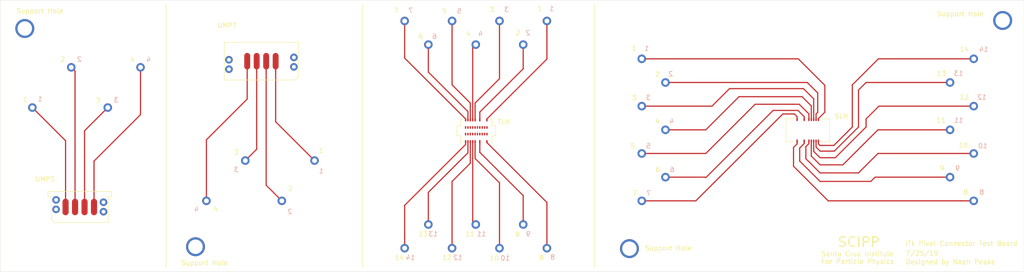
<source format=kicad_pcb>
(kicad_pcb (version 20171130) (host pcbnew "(5.1.4)-1")
  (title_block (title "ITk Pixel Connector HV Test Board") (date 7/25/2019) (company UCSC) (comment 1 "Designed by Noah Peake") (comment 2 "For SCIPP High Voltage testing of Samtec connectors"))
  (layers (0 F.Cu signal) (31 B.Cu signal) (34 B.Paste user) (35 F.Paste user) (36 B.SilkS user) (37 F.SilkS user) (38 B.Mask user) (39 F.Mask user) (44 Edge.Cuts user))
  (net 0 "")
  (module SCIPP_Connectors:UMPS (layer F.Cu) (at 41.5 61.3)
    (fp_text reference REF**)
    (fp_text value UMPS (at -7.35 -5.875) (layer F.SilkS))
    (fp_line (start 6 3.275) (end -4.275 3.275) (layer F.SilkS) (width 0.12))
    (fp_line (start 6 3.25) (end 6 3.275) (layer F.SilkS) (width 0.12))
    (fp_line (start 6 -2.225) (end 6 3.25) (layer F.SilkS) (width 0.12))
    (fp_line (start 6.025 -2.225) (end 6 -2.225) (layer F.SilkS) (width 0.12))
    (fp_line (start 6.7 -2.225) (end 6.025 -2.225) (layer F.SilkS) (width 0.12))
    (fp_line (start 6.7 -2.25) (end 6.7 -2.225) (layer F.SilkS) (width 0.12))
    (fp_line (start 6.7 -3.275) (end 6.7 -2.25) (layer F.SilkS) (width 0.12))
    (fp_line (start 6.675 -3.275) (end 6.7 -3.275) (layer F.SilkS) (width 0.12))
    (fp_line (start -0.15 -3.275) (end 6.675 -3.275) (layer F.SilkS) (width 0.12))
    (fp_line (start -6.7 -3.275) (end -0.15 -3.275) (layer F.SilkS) (width 0.12))
    (fp_line (start -6.7 -2.225) (end -6.7 -3.275) (layer F.SilkS) (width 0.12))
    (fp_line (start -6 -2.225) (end -6.7 -2.225) (layer F.SilkS) (width 0.12))
    (fp_line (start -6 -1.65) (end -6 -2.225) (layer F.SilkS) (width 0.12))
    (fp_line (start -5.3 3.275) (end -4.275 3.275) (layer F.SilkS) (width 0.12))
    (fp_line (start -6 2.575) (end -5.3 3.275) (layer F.SilkS) (width 0.12))
    (fp_line (start -6 -1.65) (end -6 2.575) (layer F.SilkS) (width 0.12))
    (pad 5 thru_hole circle (at -5 -1.5) (size 1.6 1.6) (drill 0.8) (layers *.Cu *.Mask))
    (pad 6 thru_hole circle (at -5 0.5) (size 1.6 1.6) (drill 0.8) (layers *.Cu *.Mask))
    (pad 8 thru_hole circle (at 5 1) (size 1.6 1.6) (drill 0.8) (layers *.Cu *.Mask))
    (pad 7 thru_hole circle (at 5 -1) (size 1.6 1.6) (drill 0.8) (layers *.Cu *.Mask))
    (pad 4 smd oval (at 3 0) (size 1.3 3.5) (layers F.Cu F.Paste F.Mask))
    (pad 3 smd oval (at 1 0) (size 1.3 3.5) (layers F.Cu F.Paste F.Mask))
    (pad 2 smd oval (at -1 0) (size 1.3 3.5) (layers F.Cu F.Paste F.Mask))
    (pad 1 smd oval (at -3 0) (size 1.3 3.5) (layers F.Cu F.Paste F.Mask))
  )
  (module SCIPP_Connectors:UMPT (layer F.Cu) (at 79.8 30.5)
    (fp_text reference REF**)
    (fp_text value UMPT (at -7.275 -7.55) (layer F.SilkS))
    (fp_line (start -7.825 3.975) (end -7.825 -1.1) (layer F.SilkS) (width 0.12))
    (fp_line (start -7.8 3.975) (end -7.825 3.975) (layer F.SilkS) (width 0.12))
    (fp_line (start 7.075 3.975) (end -7.8 3.975) (layer F.SilkS) (width 0.12))
    (fp_line (start 7.825 3.225) (end 7.075 3.975) (layer F.SilkS) (width 0.12))
    (fp_line (start 7.825 -3.975) (end 7.825 3.225) (layer F.SilkS) (width 0.12))
    (fp_line (start -7.825 -3.975) (end 7.825 -3.975) (layer F.SilkS) (width 0.12))
    (fp_line (start -7.825 -3.95) (end -7.825 -3.975) (layer F.SilkS) (width 0.12))
    (fp_line (start -7.825 -1.1) (end -7.825 -3.95) (layer F.SilkS) (width 0.12))
    (pad 7 thru_hole circle (at 6.85 -0.8) (size 1.6 1.6) (drill 0.8) (layers *.Cu *.Mask))
    (pad 8 thru_hole circle (at 6.85 1.2) (size 1.6 1.6) (drill 0.8) (layers *.Cu *.Mask))
    (pad 5 thru_hole circle (at -6.85 -0.3) (size 1.6 1.6) (drill 0.8) (layers *.Cu *.Mask))
    (pad 6 thru_hole circle (at -6.85 1.7) (size 1.6 1.6) (drill 0.8) (layers *.Cu *.Mask))
    (pad 1 smd oval (at 3 0) (size 1.25 3.5) (layers F.Cu F.Paste F.Mask))
    (pad 2 smd oval (at 1 0) (size 1.25 3.5) (layers F.Cu F.Paste F.Mask))
    (pad 3 smd oval (at -1 0) (size 1.25 3.5) (layers F.Cu F.Paste F.Mask))
    (pad 4 smd oval (at -3 0) (size 1.25 3.5) (layers F.Cu F.Paste F.Mask))
  )
  (module SCIPP_Connectors:TLH (layer F.Cu) (at 125.1 45.2)
    (fp_text reference REF**)
    (fp_text value TLH (at 5.8 -1.9) (layer F.SilkS))
    (fp_line (start 3.3 -2.425) (end 3.325 -2.425) (layer F.SilkS) (width 0.12))
    (fp_line (start 2.95 -2.425) (end 3.3 -2.425) (layer F.SilkS) (width 0.12))
    (fp_line (start 3.325 2.425) (end 2.95 2.425) (layer F.SilkS) (width 0.12))
    (fp_line (start 3.325 1.05) (end 3.325 2.425) (layer F.SilkS) (width 0.12))
    (fp_line (start 4.075 1.05) (end 3.325 1.05) (layer F.SilkS) (width 0.12))
    (fp_line (start 3.325 -2.425) (end 3.325 -1.05) (layer F.SilkS) (width 0.12))
    (fp_line (start 4.075 -1.05) (end 4.075 1.05) (layer F.SilkS) (width 0.12))
    (fp_line (start 3.325 -1.05) (end 4.075 -1.05) (layer F.SilkS) (width 0.12))
    (fp_line (start -3.325 -2.425) (end -2.95 -2.425) (layer F.SilkS) (width 0.12))
    (fp_line (start -3.325 -1.05) (end -3.325 -2.425) (layer F.SilkS) (width 0.12))
    (fp_line (start -4.075 -1.05) (end -3.325 -1.05) (layer F.SilkS) (width 0.12))
    (fp_line (start -4.075 1.05) (end -4.075 -1.05) (layer F.SilkS) (width 0.12))
    (fp_line (start -3.325 1.05) (end -4.075 1.05) (layer F.SilkS) (width 0.12))
    (fp_line (start -3.325 2.425) (end -3.325 1.05) (layer F.SilkS) (width 0.12))
    (fp_line (start -3.3 2.425) (end -3.325 2.425) (layer F.SilkS) (width 0.12))
    (fp_line (start -2.95 2.425) (end -3.3 2.425) (layer F.SilkS) (width 0.12))
    (pad 34 smd oval (at 2.25 0.7) (size 0.3 0.6) (layers F.Cu F.Paste F.Mask))
    (pad 33 smd oval (at 1.75 0.7) (size 0.3 0.6) (layers F.Cu F.Paste F.Mask))
    (pad 32 smd oval (at 1.25 0.7) (size 0.3 0.6) (layers F.Cu F.Paste F.Mask))
    (pad 31 smd oval (at 0.75 0.7) (size 0.3 0.6) (layers F.Cu F.Paste F.Mask))
    (pad 30 smd oval (at 0.25 0.7) (size 0.3 0.6) (layers F.Cu F.Paste F.Mask))
    (pad 29 smd oval (at -0.25 0.7) (size 0.3 0.6) (layers F.Cu F.Paste F.Mask))
    (pad 28 smd oval (at -0.75 0.7) (size 0.3 0.6) (layers F.Cu F.Paste F.Mask))
    (pad 27 smd oval (at -1.25 0.7) (size 0.3 0.6) (layers F.Cu F.Paste F.Mask))
    (pad 26 smd oval (at -1.75 0.7) (size 0.3 0.6) (layers F.Cu F.Paste F.Mask))
    (pad 25 smd oval (at -2.25 0.7) (size 0.3 0.6) (layers F.Cu F.Paste F.Mask))
    (pad 24 smd oval (at 2.25 -0.7) (size 0.3 0.6) (layers F.Cu F.Paste F.Mask))
    (pad 23 smd oval (at 1.75 -0.7) (size 0.3 0.6) (layers F.Cu F.Paste F.Mask))
    (pad 22 smd oval (at 1.25 -0.7) (size 0.3 0.6) (layers F.Cu F.Paste F.Mask))
    (pad 21 smd oval (at 0.75 -0.7) (size 0.3 0.6) (layers F.Cu F.Paste F.Mask))
    (pad 20 smd oval (at 0.25 -0.7) (size 0.3 0.6) (layers F.Cu F.Paste F.Mask))
    (pad 19 smd oval (at -0.25 -0.7) (size 0.3 0.6) (layers F.Cu F.Paste F.Mask))
    (pad 18 smd oval (at -0.75 -0.7) (size 0.3 0.6) (layers F.Cu F.Paste F.Mask))
    (pad 17 smd oval (at -1.25 -0.7) (size 0.3 0.6) (layers F.Cu F.Paste F.Mask))
    (pad 16 smd oval (at -1.75 -0.7) (size 0.3 0.6) (layers F.Cu F.Paste F.Mask))
    (pad 15 smd oval (at -2.25 -0.7) (size 0.3 0.6) (layers F.Cu F.Paste F.Mask))
    (pad 10 smd oval (at -0.25 2.3) (size 0.3 0.7) (layers F.Cu F.Paste F.Mask))
    (pad 9 smd oval (at 0.75 2.3) (size 0.3 0.7) (layers F.Cu F.Paste F.Mask))
    (pad 8 smd oval (at 2.25 2.3) (size 0.3 0.7) (layers F.Cu F.Paste F.Mask))
    (pad 12 smd oval (at -1.25 2.3) (size 0.3 0.7) (layers F.Cu F.Paste F.Mask))
    (pad 14 smd oval (at -2.25 2.3) (size 0.3 0.7) (layers F.Cu F.Paste F.Mask))
    (pad 13 smd oval (at -1.75 2.3) (size 0.3 0.7) (layers F.Cu F.Paste F.Mask))
    (pad 11 smd oval (at -0.75 2.3) (size 0.3 0.7) (layers F.Cu F.Paste F.Mask))
    (pad 1 smd oval (at 2.25 -2.3) (size 0.3 0.7) (layers F.Cu F.Paste F.Mask))
    (pad 2 smd oval (at 0.75 -2.3) (size 0.3 0.7) (layers F.Cu F.Paste F.Mask))
    (pad 3 smd oval (at -0.25 -2.3) (size 0.3 0.7) (layers F.Cu F.Paste F.Mask))
    (pad 4 smd oval (at -0.75 -2.3) (size 0.3 0.7) (layers F.Cu F.Paste F.Mask))
    (pad 5 smd oval (at -1.25 -2.3) (size 0.3 0.7) (layers F.Cu F.Paste F.Mask))
    (pad 6 smd oval (at -1.75 -2.3) (size 0.3 0.7) (layers F.Cu F.Paste F.Mask))
    (pad 7 smd oval (at -2.25 -2.3) (size 0.3 0.7) (layers F.Cu F.Paste F.Mask))
  )
  (module SCIPP_Connectors:SLH (layer F.Cu) (at 195 45.1)
    (fp_text reference REF**)
    (fp_text value SLH (at 7.075 -3) (layer F.SilkS))
    (fp_line (start 4.6 -2.425) (end 4.6 2.4) (layer F.SilkS) (width 0.12))
    (fp_line (start 2.9 -2.425) (end 4.6 -2.425) (layer F.SilkS) (width 0.12))
    (fp_line (start 4.6 2.4) (end 4.6 2.425) (layer F.SilkS) (width 0.12))
    (fp_line (start 4.6 2.425) (end 2.9 2.425) (layer F.SilkS) (width 0.12))
    (fp_line (start -4.6 -2.425) (end -2.9 -2.425) (layer F.SilkS) (width 0.12))
    (fp_line (start -4.6 -2.4) (end -4.6 -2.425) (layer F.SilkS) (width 0.12))
    (fp_line (start -4.6 2.425) (end -4.6 -2.4) (layer F.SilkS) (width 0.12))
    (fp_line (start -2.9 2.425) (end -4.6 2.425) (layer F.SilkS) (width 0.12))
    (pad 11 smd oval (at 0.75 2.275) (size 0.3 0.7) (layers F.Cu F.Paste F.Mask))
    (pad 4 smd oval (at 0.75 -2.275) (size 0.3 0.7) (layers F.Cu F.Paste F.Mask))
    (pad 8 smd oval (at -2.25 2.275) (size 0.3 0.7) (layers F.Cu F.Paste F.Mask))
    (pad 13 smd oval (at 1.75 2.275) (size 0.3 0.7) (layers F.Cu F.Paste F.Mask))
    (pad 14 smd oval (at 2.25 2.275) (size 0.3 0.7) (layers F.Cu F.Paste F.Mask))
    (pad 9 smd oval (at -0.75 2.275) (size 0.3 0.7) (layers F.Cu F.Paste F.Mask))
    (pad 10 smd oval (at 0.25 2.275) (size 0.3 0.7) (layers F.Cu F.Paste F.Mask))
    (pad 12 smd oval (at 1.25 2.275) (size 0.3 0.7) (layers F.Cu F.Paste F.Mask))
    (pad 7 smd oval (at 2.25 -2.275) (size 0.3 0.7) (layers F.Cu F.Paste F.Mask))
    (pad 6 smd oval (at 1.75 -2.275) (size 0.3 0.7) (layers F.Cu F.Paste F.Mask))
    (pad 5 smd oval (at 1.25 -2.275) (size 0.3 0.7) (layers F.Cu F.Paste F.Mask))
    (pad 2 smd oval (at -0.75 -2.275) (size 0.3 0.7) (layers F.Cu F.Paste F.Mask))
    (pad 3 smd oval (at 0.25 -2.275) (size 0.3 0.7) (layers F.Cu F.Paste F.Mask))
    (pad 1 smd oval (at -2.25 -2.275) (size 0.3 0.7) (layers F.Cu F.Paste F.Mask))
  )
  (module SCIPP_Connectors:Support_Hole (layer F.Cu) (at 236.1 21.9)
    (fp_text reference REF**)
    (fp_text value "Support Hole" (at -8.9 -1.4) (layer F.SilkS))
    (pad 1 thru_hole circle (at 0 0) (size 4 4) (drill 3.05) (layers *.Cu *.Mask))
  )
  (module SCIPP_Connectors:Support_Hole (layer F.Cu) (at 157.4 70.1)
    (fp_text reference REF**)
    (fp_text value "Support Hole" (at 8.2 -0.1) (layer F.SilkS))
    (pad 1 thru_hole circle (at 0 0) (size 4 4) (drill 3.05) (layers *.Cu *.Mask))
  )
  (module SCIPP_Connectors:Support_Hole (layer F.Cu) (at 65.9 69.7)
    (fp_text reference REF**)
    (fp_text value "Support Hole" (at 1.9 3.4) (layer F.SilkS))
    (pad 1 thru_hole circle (at 0 0) (size 4 4) (drill 3.05) (layers *.Cu *.Mask))
  )
  (module SCIPP_Connectors:Support_Hole (layer F.Cu) (at 29.9 23.6)
    (fp_text reference REF**)
    (fp_text value "Support Hole" (at 3.2 -3.7) (layer F.SilkS))
    (pad 1 thru_hole circle (at 0 0) (size 4 4) (drill 3.05) (layers *.Cu *.Mask))
  )
  (module SCIPP_Connectors:22AWG_THT (layer F.Cu) (at 225 45 270)
    (fp_text reference REF**)
    (fp_text value 22AWG_THT)
    (pad 1 thru_hole circle (at 0 0 270) (size 1.8 1.8) (drill 1) (layers *.Cu *.Mask))
  )
  (module SCIPP_Connectors:22AWG_THT (layer F.Cu) (at 230 40 270)
    (fp_text reference REF**)
    (fp_text value 22AWG_THT)
    (pad 1 thru_hole circle (at 0 0 270) (size 1.8 1.8) (drill 1) (layers *.Cu *.Mask))
  )
  (module SCIPP_Connectors:22AWG_THT (layer F.Cu) (at 225 35 270)
    (fp_text reference REF**)
    (fp_text value 22AWG_THT)
    (pad 1 thru_hole circle (at 0 0 270) (size 1.8 1.8) (drill 1) (layers *.Cu *.Mask))
  )
  (module SCIPP_Connectors:22AWG_THT (layer F.Cu) (at 225 55 270)
    (fp_text reference REF**)
    (fp_text value 22AWG_THT)
    (pad 1 thru_hole circle (at 0 0 270) (size 1.8 1.8) (drill 1) (layers *.Cu *.Mask))
  )
  (module SCIPP_Connectors:22AWG_THT (layer F.Cu) (at 230 50 270)
    (fp_text reference REF**)
    (fp_text value 22AWG_THT)
    (pad 1 thru_hole circle (at 0 0 270) (size 1.8 1.8) (drill 1) (layers *.Cu *.Mask))
  )
  (module SCIPP_Connectors:22AWG_THT (layer F.Cu) (at 230 60 270)
    (fp_text reference REF**)
    (fp_text value 22AWG_THT)
    (pad 1 thru_hole circle (at 0 0 270) (size 1.8 1.8) (drill 1) (layers *.Cu *.Mask))
  )
  (module SCIPP_Connectors:22AWG_THT (layer F.Cu) (at 230 30 270)
    (fp_text reference REF**)
    (fp_text value 22AWG_THT)
    (pad 1 thru_hole circle (at 0 0 270) (size 1.8 1.8) (drill 1) (layers *.Cu *.Mask))
  )
  (module SCIPP_Connectors:22AWG_THT (layer F.Cu) (at 165 45 90)
    (fp_text reference REF**)
    (fp_text value 22AWG_THT)
    (pad 1 thru_hole circle (at 0 0 90) (size 1.8 1.8) (drill 1) (layers *.Cu *.Mask))
  )
  (module SCIPP_Connectors:22AWG_THT (layer F.Cu) (at 165 35 90)
    (fp_text reference REF**)
    (fp_text value 22AWG_THT)
    (pad 1 thru_hole circle (at 0 0 90) (size 1.8 1.8) (drill 1) (layers *.Cu *.Mask))
  )
  (module SCIPP_Connectors:22AWG_THT (layer F.Cu) (at 160 30 90)
    (fp_text reference REF**)
    (fp_text value 22AWG_THT)
    (pad 1 thru_hole circle (at 0 0 90) (size 1.8 1.8) (drill 1) (layers *.Cu *.Mask))
  )
  (module SCIPP_Connectors:22AWG_THT (layer F.Cu) (at 160 40 90)
    (fp_text reference REF**)
    (fp_text value 22AWG_THT)
    (pad 1 thru_hole circle (at 0 0 90) (size 1.8 1.8) (drill 1) (layers *.Cu *.Mask))
  )
  (module SCIPP_Connectors:22AWG_THT (layer F.Cu) (at 160 60 90)
    (fp_text reference REF**)
    (fp_text value 22AWG_THT)
    (pad 1 thru_hole circle (at 0 0 90) (size 1.8 1.8) (drill 1) (layers *.Cu *.Mask))
  )
  (module SCIPP_Connectors:22AWG_THT (layer F.Cu) (at 165 55 90)
    (fp_text reference REF**)
    (fp_text value 22AWG_THT)
    (pad 1 thru_hole circle (at 0 0 90) (size 1.8 1.8) (drill 1) (layers *.Cu *.Mask))
  )
  (module SCIPP_Connectors:22AWG_THT (layer F.Cu) (at 160 50 90)
    (fp_text reference REF**)
    (fp_text value 22AWG_THT)
    (pad 1 thru_hole circle (at 0 0 90) (size 1.8 1.8) (drill 1) (layers *.Cu *.Mask))
  )
  (module SCIPP_Connectors:22AWG_THT (layer F.Cu) (at 125 65 180)
    (fp_text reference REF**)
    (fp_text value 22AWG_THT)
    (pad 1 thru_hole circle (at 0 0 180) (size 1.8 1.8) (drill 1) (layers *.Cu *.Mask))
  )
  (module SCIPP_Connectors:22AWG_THT (layer F.Cu) (at 130 70 180)
    (fp_text reference REF**)
    (fp_text value 22AWG_THT)
    (pad 1 thru_hole circle (at 0 0 180) (size 1.8 1.8) (drill 1) (layers *.Cu *.Mask))
  )
  (module SCIPP_Connectors:22AWG_THT (layer F.Cu) (at 135 65 180)
    (fp_text reference REF**)
    (fp_text value 22AWG_THT)
    (pad 1 thru_hole circle (at 0 0 180) (size 1.8 1.8) (drill 1) (layers *.Cu *.Mask))
  )
  (module SCIPP_Connectors:22AWG_THT (layer F.Cu) (at 115 65 180)
    (fp_text reference REF**)
    (fp_text value 22AWG_THT)
    (pad 1 thru_hole circle (at 0 0 180) (size 1.8 1.8) (drill 1) (layers *.Cu *.Mask))
  )
  (module SCIPP_Connectors:22AWG_THT (layer F.Cu) (at 120 70 180)
    (fp_text reference REF**)
    (fp_text value 22AWG_THT)
    (pad 1 thru_hole circle (at 0 0 180) (size 1.8 1.8) (drill 1) (layers *.Cu *.Mask))
  )
  (module SCIPP_Connectors:22AWG_THT (layer F.Cu) (at 110 70 180)
    (fp_text reference REF**)
    (fp_text value 22AWG_THT)
    (pad 1 thru_hole circle (at 0 0 180) (size 1.8 1.8) (drill 1) (layers *.Cu *.Mask))
  )
  (module SCIPP_Connectors:22AWG_THT (layer F.Cu) (at 140 70 180)
    (fp_text reference REF**)
    (fp_text value 22AWG_THT)
    (pad 1 thru_hole circle (at 0 0 180) (size 1.8 1.8) (drill 1) (layers *.Cu *.Mask))
  )
  (module SCIPP_Connectors:22AWG_THT (layer F.Cu) (at 135 27)
    (fp_text reference REF**)
    (fp_text value 22AWG_THT)
    (pad 1 thru_hole circle (at 0 0) (size 1.8 1.8) (drill 1) (layers *.Cu *.Mask))
  )
  (module SCIPP_Connectors:22AWG_THT (layer F.Cu) (at 140 22)
    (fp_text reference REF**)
    (fp_text value 22AWG_THT)
    (pad 1 thru_hole circle (at 0 0) (size 1.8 1.8) (drill 1) (layers *.Cu *.Mask))
  )
  (module SCIPP_Connectors:22AWG_THT (layer F.Cu) (at 130 22)
    (fp_text reference REF**)
    (fp_text value 22AWG_THT)
    (pad 1 thru_hole circle (at 0 0) (size 1.8 1.8) (drill 1) (layers *.Cu *.Mask))
  )
  (module SCIPP_Connectors:22AWG_THT (layer F.Cu) (at 125 27)
    (fp_text reference REF**)
    (fp_text value 22AWG_THT)
    (pad 1 thru_hole circle (at 0 0) (size 1.8 1.8) (drill 1) (layers *.Cu *.Mask))
  )
  (module SCIPP_Connectors:22AWG_THT (layer F.Cu) (at 120 22)
    (fp_text reference REF**)
    (fp_text value 22AWG_THT)
    (pad 1 thru_hole circle (at 0 0) (size 1.8 1.8) (drill 1) (layers *.Cu *.Mask))
  )
  (module SCIPP_Connectors:22AWG_THT (layer F.Cu) (at 115 27)
    (fp_text reference REF**)
    (fp_text value 22AWG_THT)
    (pad 1 thru_hole circle (at 0 0) (size 1.8 1.8) (drill 1) (layers *.Cu *.Mask))
  )
  (module SCIPP_Connectors:22AWG_THT (layer F.Cu) (at 110 22)
    (fp_text reference REF**)
    (fp_text value 22AWG_THT)
    (pad 1 thru_hole circle (at 0 0) (size 1.8 1.8) (drill 1) (layers *.Cu *.Mask))
  )
  (module SCIPP_Connectors:22AWG_THT (layer F.Cu) (at 84.1 60)
    (fp_text reference REF**)
    (fp_text value 22AWG_THT)
    (pad 1 thru_hole circle (at 0 0) (size 1.8 1.8) (drill 1) (layers *.Cu *.Mask))
  )
  (module SCIPP_Connectors:22AWG_THT (layer F.Cu) (at 91 51.5)
    (fp_text reference REF**)
    (fp_text value 22AWG_THT)
    (pad 1 thru_hole circle (at 0 0) (size 1.8 1.8) (drill 1) (layers *.Cu *.Mask))
  )
  (module SCIPP_Connectors:22AWG_THT (layer F.Cu) (at 68.2 60)
    (fp_text reference REF**)
    (fp_text value 22AWG_THT)
    (pad 1 thru_hole circle (at 0 0) (size 1.8 1.8) (drill 1) (layers *.Cu *.Mask))
  )
  (module SCIPP_Connectors:22AWG_THT (layer F.Cu) (at 76.4 51.5)
    (fp_text reference REF**)
    (fp_text value 22AWG_THT)
    (pad 1 thru_hole circle (at 0 0) (size 1.8 1.8) (drill 1) (layers *.Cu *.Mask))
  )
  (module SCIPP_Connectors:22AWG_THT (layer F.Cu) (at 54.3 31.8)
    (fp_text reference REF**)
    (fp_text value 22AWG_THT)
    (pad 1 thru_hole circle (at 0 0) (size 1.8 1.8) (drill 1) (layers *.Cu *.Mask))
  )
  (module SCIPP_Connectors:22AWG_THT (layer F.Cu) (at 47.4 40.3)
    (fp_text reference REF**)
    (fp_text value 22AWG_THT)
    (pad 1 thru_hole circle (at 0 0) (size 1.8 1.8) (drill 1) (layers *.Cu *.Mask))
  )
  (module SCIPP_Connectors:22AWG_THT (layer F.Cu) (at 39.7 31.8)
    (fp_text reference REF**)
    (fp_text value 22AWG_THT)
    (pad 1 thru_hole circle (at 0 0) (size 1.8 1.8) (drill 1) (layers *.Cu *.Mask))
  )
  (module SCIPP_Connectors:22AWG_THT (layer F.Cu) (at 31.5 40.3)
    (fp_text reference REF**)
    (fp_text value 22AWG_THT)
    (pad 1 thru_hole circle (at 0 0) (size 1.8 1.8) (drill 1) (layers *.Cu *.Mask))
  )
  (gr_text "Designed by Noah Peake" (at 225.1 72.9) (layer F.SilkS) (effects (font (size 1 1))))
  (gr_text 7/25/19 (at 219.1 71.1) (layer F.SilkS) (effects (font (size 1 1))))
  (gr_text "ITk Pixel Connector Test Board" (at 227.4 69) (layer F.SilkS) (effects (font (size 1 1))))
  (gr_text "Santa Cruz Institute\nFor Particle Physics" (at 205.5 72) (layer F.SilkS) (effects (font (size 1 1))))
  (gr_text SCIPP (at 205.8 68.7) (layer F.SilkS) (effects (font (size 2 2) (thickness 0.3))))
  (gr_text 14 (at 232.1 28) (layer B.SilkS) (effects (font (size 1 1)) (justify mirror)))
  (gr_text 13 (at 226.8 33.1) (layer B.SilkS) (effects (font (size 1 1)) (justify mirror)))
  (gr_text 12 (at 231.7 38.1) (layer B.SilkS) (effects (font (size 1 1)) (justify mirror)))
  (gr_text 11 (at 226.8 43) (layer B.SilkS) (effects (font (size 1 1)) (justify mirror)))
  (gr_text 10 (at 231.9 48.4) (layer B.SilkS) (effects (font (size 1 1)) (justify mirror)))
  (gr_text 9 (at 226.6 53.1) (layer B.SilkS) (effects (font (size 1 1)) (justify mirror)))
  (gr_text 8 (at 231.7 58.2) (layer B.SilkS) (effects (font (size 1 1)) (justify mirror)))
  (gr_text 7 (at 161.5 58.4) (layer B.SilkS) (effects (font (size 1 1)) (justify mirror)))
  (gr_text 6 (at 166.4 53.4) (layer B.SilkS) (effects (font (size 1 1)) (justify mirror)))
  (gr_text 5 (at 161.4 48.4) (layer B.SilkS) (effects (font (size 1 1)) (justify mirror)))
  (gr_text 4 (at 166.3 43.2) (layer B.SilkS) (effects (font (size 1 1)) (justify mirror)))
  (gr_text 3 (at 161.4 38.2) (layer B.SilkS) (effects (font (size 1 1)) (justify mirror)))
  (gr_text 2 (at 166.1 33.2) (layer B.SilkS) (effects (font (size 1 1)) (justify mirror)))
  (gr_text 1 (at 161 27.8) (layer B.SilkS) (effects (font (size 1 1)) (justify mirror)))
  (gr_text 8 (at 228.3 58.2) (layer F.SilkS) (effects (font (size 1 1))))
  (gr_text 9 (at 223.3 53.1) (layer F.SilkS) (effects (font (size 1 1))))
  (gr_text 10 (at 227.8 48.3) (layer F.SilkS) (effects (font (size 1 1))))
  (gr_text 11 (at 223.1 43) (layer F.SilkS) (effects (font (size 1 1))))
  (gr_text 12 (at 228 38.1) (layer F.SilkS) (effects (font (size 1 1))))
  (gr_text 13 (at 223.2 33.1) (layer F.SilkS) (effects (font (size 1 1))))
  (gr_text 14 (at 228 28) (layer F.SilkS) (effects (font (size 1 1))))
  (gr_text 7 (at 158.5 58.4) (layer F.SilkS) (effects (font (size 1 1))))
  (gr_text 6 (at 163.4 53.4) (layer F.SilkS) (effects (font (size 1 1))))
  (gr_text 5 (at 158.1 48.4) (layer F.SilkS) (effects (font (size 1 1))))
  (gr_text 4 (at 163.3 43.2) (layer F.SilkS) (effects (font (size 1 1))))
  (gr_text 3 (at 158.4 38.2) (layer F.SilkS) (effects (font (size 1 1))))
  (gr_text 2 (at 163.3 33.3) (layer F.SilkS) (effects (font (size 1 1))))
  (gr_text 1 (at 158.4 27.8) (layer F.SilkS) (effects (font (size 1 1))))
  (gr_text 14 (at 111.2 72) (layer B.SilkS) (effects (font (size 1 1)) (justify mirror)))
  (gr_text 13 (at 116 67) (layer B.SilkS) (effects (font (size 1 1)) (justify mirror)))
  (gr_text 12 (at 121.2 72) (layer B.SilkS) (effects (font (size 1 1)) (justify mirror)))
  (gr_text 11 (at 126.2 67) (layer B.SilkS) (effects (font (size 1 1)) (justify mirror)))
  (gr_text 10 (at 131.2 72.1) (layer B.SilkS) (effects (font (size 1 1)) (justify mirror)))
  (gr_text 9 (at 136.1 67) (layer B.SilkS) (effects (font (size 1 1)) (justify mirror)))
  (gr_text 8 (at 141.2 71.9) (layer B.SilkS) (effects (font (size 1 1)) (justify mirror)))
  (gr_text 14 (at 108.9 72) (layer F.SilkS) (effects (font (size 1 1))))
  (gr_text 13 (at 113.9 67) (layer F.SilkS) (effects (font (size 1 1))))
  (gr_text 12 (at 118.9 72) (layer F.SilkS) (effects (font (size 1 1))))
  (gr_text 11 (at 123.8 67) (layer F.SilkS) (effects (font (size 1 1))))
  (gr_text 10 (at 128.9 72.1) (layer F.SilkS) (effects (font (size 1 1))))
  (gr_text 9 (at 133.8 67.1) (layer F.SilkS) (effects (font (size 1 1))))
  (gr_text 8 (at 138.9 72) (layer F.SilkS) (effects (font (size 1 1))))
  (gr_text 1 (at 141 19.4) (layer B.SilkS) (effects (font (size 1 1)) (justify mirror)))
  (gr_text 2 (at 136 24.5) (layer B.SilkS) (effects (font (size 1 1)) (justify mirror)))
  (gr_text 3 (at 131.5 19.6) (layer B.SilkS) (effects (font (size 1 1)) (justify mirror)))
  (gr_text 4 (at 126 24.7) (layer B.SilkS) (effects (font (size 1 1)) (justify mirror)))
  (gr_text 5 (at 121.5 19.9) (layer B.SilkS) (effects (font (size 1 1)) (justify mirror)))
  (gr_text 6 (at 116.3 25.3) (layer B.SilkS) (effects (font (size 1 1)) (justify mirror)))
  (gr_text 7 (at 111.3 19.8) (layer B.SilkS) (effects (font (size 1 1)) (justify mirror)))
  (gr_text 7 (at 108.2 19.8) (layer F.SilkS) (effects (font (size 1 1))))
  (gr_text 6 (at 113.4 25.3) (layer F.SilkS) (effects (font (size 1 1))))
  (gr_text 5 (at 118.4 19.9) (layer F.SilkS) (effects (font (size 1 1))))
  (gr_text 4 (at 123.4 24.7) (layer F.SilkS) (effects (font (size 1 1))))
  (gr_text 3 (at 128.4 19.6) (layer F.SilkS) (effects (font (size 1 1))))
  (gr_text 2 (at 133.9 24.5) (layer F.SilkS) (effects (font (size 1 1))))
  (gr_text 1 (at 138.5 19.4) (layer F.SilkS) (effects (font (size 1 1))))
  (gr_line (start 150 18.5) (end 150 74.1) (layer F.SilkS) (width 0.12))
  (gr_line (start 101.1 18.5) (end 101.1 74.1) (layer F.SilkS) (width 0.12))
  (gr_line (start 240.6 75) (end 240.1 75) (layer Edge.Cuts) (width 0.05))
  (gr_line (start 240.6 65) (end 240.6 75) (layer Edge.Cuts) (width 0.05))
  (gr_line (start 66.8 75) (end 240.1 75) (layer Edge.Cuts) (width 0.05))
  (gr_line (start 240.6 17.6) (end 240.6 65) (layer Edge.Cuts) (width 0.05))
  (gr_line (start 67.3 17.6) (end 240.6 17.6) (layer Edge.Cuts) (width 0.05))
  (gr_line (start 24.7 52.1) (end 24.7 75) (layer Edge.Cuts) (width 0.05))
  (gr_text 4 (at 66.1 61.8) (layer B.SilkS) (effects (font (size 1 1)) (justify mirror)))
  (gr_text 3 (at 74.5 53.4) (layer B.SilkS) (effects (font (size 1 1)) (justify mirror)))
  (gr_text 2 (at 85.8 62.3) (layer B.SilkS) (effects (font (size 1 1)) (justify mirror)))
  (gr_text 1 (at 92.4 53.7) (layer B.SilkS) (effects (font (size 1 1)) (justify mirror)))
  (gr_text 4 (at 56 30.2) (layer B.SilkS) (effects (font (size 1 1)) (justify mirror)))
  (gr_text 2 (at 41.4 30.1) (layer B.SilkS) (effects (font (size 1 1)) (justify mirror)))
  (gr_text 3 (at 49.2 38.7) (layer B.SilkS) (effects (font (size 1 1)) (justify mirror)))
  (gr_text 1 (at 33.1 38.5) (layer B.SilkS) (effects (font (size 1 1)) (justify mirror)))
  (gr_text 4 (at 70.2 61.7) (layer F.SilkS) (effects (font (size 1 1))))
  (gr_text 3 (at 74.5 49.7) (layer F.SilkS) (effects (font (size 1 1))))
  (gr_text 2 (at 85.9 57.4) (layer F.SilkS) (effects (font (size 1 1))))
  (gr_text 1 (at 92.4 49.4) (layer F.SilkS) (effects (font (size 1 1))))
  (gr_text 4 (at 52.6 30.2) (layer F.SilkS) (effects (font (size 1 1))))
  (gr_text 3 (at 45.4 38.8) (layer F.SilkS) (effects (font (size 1 1))))
  (gr_text 2 (at 37.9 30.1) (layer F.SilkS) (effects (font (size 1 1))))
  (gr_text 1 (at 30 38.6) (layer F.SilkS) (effects (font (size 1 1))))
  (gr_line (start 59.7 18.5) (end 59.7 74.1) (layer F.SilkS) (width 0.12))
  (gr_line (start 67.3 17.6) (end 24.7 17.6) (layer Edge.Cuts) (width 0.05))
  (gr_line (start 24.7 75) (end 66.8 75) (layer Edge.Cuts) (width 0.05))
  (gr_line (start 24.7 17.6) (end 24.7 52.1) (layer Edge.Cuts) (width 0.05))
  (segment (start 38.5 58.9) (end 38.5 47.3) (width 0.25) (layer F.Cu) (net 0))
  (segment (start 40.5 32.6) (end 39.7 31.8) (width 0.25) (layer F.Cu) (net 0))
  (segment (start 40.5 58.9) (end 40.5 32.6) (width 0.25) (layer F.Cu) (net 0))
  (segment (start 42.5 45.2) (end 47.4 40.3) (width 0.25) (layer F.Cu) (net 0))
  (segment (start 42.5 58.9) (end 42.5 45.2) (width 0.25) (layer F.Cu) (net 0))
  (segment (start 44.5 58.9) (end 44.5 51.6) (width 0.25) (layer F.Cu) (net 0))
  (segment (start 54.3 41.8) (end 54.3 31.8) (width 0.25) (layer F.Cu) (net 0))
  (segment (start 44.5 51.6) (end 54.3 41.8) (width 0.25) (layer F.Cu) (net 0))
  (segment (start 82.8 43.3) (end 91 51.5) (width 0.25) (layer F.Cu) (net 0))
  (segment (start 82.8 32.7) (end 82.8 43.3) (width 0.25) (layer F.Cu) (net 0))
  (segment (start 80.8 56.7) (end 84.1 60) (width 0.25) (layer F.Cu) (net 0))
  (segment (start 80.8 32.7) (end 80.8 56.7) (width 0.25) (layer F.Cu) (net 0))
  (segment (start 78.8 49.1) (end 76.4 51.5) (width 0.25) (layer F.Cu) (net 0))
  (segment (start 78.8 32.7) (end 78.8 49.1) (width 0.25) (layer F.Cu) (net 0))
  (segment (start 68.2 47.1) (end 68.2 60) (width 0.25) (layer F.Cu) (net 0))
  (segment (start 76.8 38.5) (end 68.2 47.1) (width 0.25) (layer F.Cu) (net 0))
  (segment (start 38.5 47.3) (end 31.5 40.3) (width 0.25) (layer F.Cu) (net 0))
  (segment (start 125.2 64.8) (end 125 65) (width 0.25) (layer F.Cu) (net 0))
  (segment (start 124.8 27.2) (end 125 27) (width 0.25) (layer F.Cu) (net 0))
  (segment (start 124.8 64.8) (end 125 65) (width 0.25) (layer F.Cu) (net 0))
  (segment (start 165.2 45.2) (end 165 45) (width 0.25) (layer F.Cu) (net 0))
  (segment (start 165.2 44.8) (end 165 45) (width 0.25) (layer F.Cu) (net 0))
  (segment (start 224.8 44.8) (end 225 45) (width 0.25) (layer F.Cu) (net 0))
  (segment (start 173.5 45) (end 165 45) (width 0.25) (layer F.Cu) (net 0))
  (segment (start 193.8 38) (end 180.5 38) (width 0.25) (layer F.Cu) (net 0))
  (segment (start 180.5 38) (end 173.5 45) (width 0.25) (layer F.Cu) (net 0))
  (segment (start 196.25 38.45) (end 194.1 36.3) (width 0.25) (layer F.Cu) (net 0))
  (segment (start 194.1 36.3) (end 178.5 36.3) (width 0.25) (layer F.Cu) (net 0))
  (segment (start 178.5 36.3) (end 174.8 40) (width 0.25) (layer F.Cu) (net 0))
  (segment (start 174.8 40) (end 160 40) (width 0.25) (layer F.Cu) (net 0))
  (segment (start 209.8 45) (end 225 45) (width 0.25) (layer F.Cu) (net 0))
  (segment (start 202.4 52.4) (end 209.8 45) (width 0.25) (layer F.Cu) (net 0))
  (segment (start 197.6 52.4) (end 202.4 52.4) (width 0.25) (layer F.Cu) (net 0))
  (segment (start 195.75 50.55) (end 197.6 52.4) (width 0.25) (layer F.Cu) (net 0))
  (segment (start 209.8 50) (end 230 50) (width 0.25) (layer F.Cu) (net 0))
  (segment (start 194.6 48.55) (end 194.6 51.1) (width 0.25) (layer F.Cu) (net 0))
  (segment (start 195.25 47.9) (end 194.6 48.55) (width 0.25) (layer F.Cu) (net 0))
  (segment (start 194.6 51.1) (end 197.6 54.1) (width 0.25) (layer F.Cu) (net 0))
  (segment (start 197.6 54.1) (end 205.7 54.1) (width 0.25) (layer F.Cu) (net 0))
  (segment (start 205.7 54.1) (end 209.8 50) (width 0.25) (layer F.Cu) (net 0))
  (segment (start 227.4 60) (end 230 60) (width 0.25) (layer F.Cu) (net 0))
  (segment (start 199.3 60) (end 227.4 60) (width 0.25) (layer F.Cu) (net 0))
  (segment (start 192 52.7) (end 199.3 60) (width 0.25) (layer F.Cu) (net 0))
  (segment (start 192.75 47.3) (end 192.75 47.5) (width 0.25) (layer F.Cu) (net 0))
  (segment (start 209.2 55) (end 225 55) (width 0.25) (layer F.Cu) (net 0))
  (segment (start 194.25 47.9) (end 193.3 48.85) (width 0.25) (layer F.Cu) (net 0))
  (segment (start 193.3 51.6) (end 197.6 55.9) (width 0.25) (layer F.Cu) (net 0))
  (segment (start 197.6 55.9) (end 208.3 55.9) (width 0.25) (layer F.Cu) (net 0))
  (segment (start 193.3 48.85) (end 193.3 51.6) (width 0.25) (layer F.Cu) (net 0))
  (segment (start 208.3 55.9) (end 209.2 55) (width 0.25) (layer F.Cu) (net 0))
  (segment (start 124.85 64.85) (end 125 65) (width 0.25) (layer F.Cu) (net 0))
  (segment (start 124.85 27.15) (end 125 27) (width 0.25) (layer F.Cu) (net 0))
  (segment (start 171.4 60) (end 160 60) (width 0.25) (layer F.Cu) (net 0))
  (segment (start 189.75 41.65) (end 171.4 60) (width 0.25) (layer F.Cu) (net 0))
  (segment (start 192.175 41.65) (end 189.75 41.65) (width 0.25) (layer F.Cu) (net 0))
  (segment (start 192.75 42.225) (end 192.175 41.65) (width 0.25) (layer F.Cu) (net 0))
  (segment (start 192.75 42.825) (end 192.75 42.225) (width 0.25) (layer F.Cu) (net 0))
  (segment (start 173.4 55) (end 165 55) (width 0.25) (layer F.Cu) (net 0))
  (segment (start 173.5 55.1) (end 173.4 55) (width 0.25) (layer F.Cu) (net 0))
  (segment (start 187.7 40.9) (end 173.5 55.1) (width 0.25) (layer F.Cu) (net 0))
  (segment (start 192.925 40.9) (end 187.7 40.9) (width 0.25) (layer F.Cu) (net 0))
  (segment (start 194.25 42.225) (end 192.925 40.9) (width 0.25) (layer F.Cu) (net 0))
  (segment (start 194.25 42.825) (end 194.25 42.225) (width 0.25) (layer F.Cu) (net 0))
  (segment (start 173.5 50) (end 160 50) (width 0.25) (layer F.Cu) (net 0))
  (segment (start 183.9 39.6) (end 173.5 50) (width 0.25) (layer F.Cu) (net 0))
  (segment (start 193.2 39.6) (end 183.9 39.6) (width 0.25) (layer F.Cu) (net 0))
  (segment (start 195.25 42.825) (end 195.25 41.65) (width 0.25) (layer F.Cu) (net 0))
  (segment (start 195.25 41.65) (end 193.2 39.6) (width 0.25) (layer F.Cu) (net 0))
  (segment (start 195.75 39.95) (end 195.7 39.9) (width 0.25) (layer F.Cu) (net 0))
  (segment (start 195.75 42.825) (end 195.75 39.95) (width 0.25) (layer F.Cu) (net 0))
  (segment (start 196.25 42.825) (end 196.25 38.45) (width 0.25) (layer F.Cu) (net 0))
  (segment (start 194.9 35) (end 165 35) (width 0.25) (layer F.Cu) (net 0))
  (segment (start 197.1 37.2) (end 194.9 35) (width 0.25) (layer F.Cu) (net 0))
  (segment (start 197.1 41.3) (end 197.1 37.2) (width 0.25) (layer F.Cu) (net 0))
  (segment (start 196.75 42.825) (end 196.75 41.65) (width 0.25) (layer F.Cu) (net 0))
  (segment (start 196.75 41.65) (end 197.1 41.3) (width 0.25) (layer F.Cu) (net 0))
  (segment (start 193 30) (end 160 30) (width 0.25) (layer F.Cu) (net 0))
  (segment (start 198.6 35.6) (end 193 30) (width 0.25) (layer F.Cu) (net 0))
  (segment (start 198.6 41.275) (end 198.6 35.6) (width 0.25) (layer F.Cu) (net 0))
  (segment (start 197.25 42.825) (end 197.25 42.625) (width 0.25) (layer F.Cu) (net 0))
  (segment (start 197.25 42.625) (end 198.6 41.275) (width 0.25) (layer F.Cu) (net 0))
  (segment (start 195.75 39.95) (end 193.8 38) (width 0.25) (layer F.Cu) (net 0))
  (segment (start 192 48.725) (end 192 48.8) (width 0.25) (layer F.Cu) (net 0))
  (segment (start 192.75 47.975) (end 192 48.725) (width 0.25) (layer F.Cu) (net 0))
  (segment (start 192.75 47.375) (end 192.75 47.975) (width 0.25) (layer F.Cu) (net 0))
  (segment (start 194.25 47.375) (end 194.25 47.9) (width 0.25) (layer F.Cu) (net 0))
  (segment (start 195.25 47.375) (end 195.25 47.9) (width 0.25) (layer F.Cu) (net 0))
  (segment (start 195.75 47.375) (end 195.75 50.55) (width 0.25) (layer F.Cu) (net 0))
  (segment (start 210 40) (end 230 40) (width 0.25) (layer F.Cu) (net 0))
  (segment (start 196.25 47.375) (end 196.25 49.55) (width 0.25) (layer F.Cu) (net 0))
  (segment (start 197.6 50.9) (end 200.8 50.9) (width 0.25) (layer F.Cu) (net 0))
  (segment (start 200.8 50.9) (end 207.3 44.4) (width 0.25) (layer F.Cu) (net 0))
  (segment (start 196.25 49.55) (end 197.6 50.9) (width 0.25) (layer F.Cu) (net 0))
  (segment (start 207.3 44.4) (end 207.3 42.7) (width 0.25) (layer F.Cu) (net 0))
  (segment (start 207.3 42.7) (end 210 40) (width 0.25) (layer F.Cu) (net 0))
  (segment (start 207.3 35) (end 225 35) (width 0.25) (layer F.Cu) (net 0))
  (segment (start 196.75 48.65) (end 197.6 49.5) (width 0.25) (layer F.Cu) (net 0))
  (segment (start 196.75 47.375) (end 196.75 48.65) (width 0.25) (layer F.Cu) (net 0))
  (segment (start 197.6 49.5) (end 200.6 49.5) (width 0.25) (layer F.Cu) (net 0))
  (segment (start 200.6 49.5) (end 205.7 44.4) (width 0.25) (layer F.Cu) (net 0))
  (segment (start 205.7 44.4) (end 205.7 36.6) (width 0.25) (layer F.Cu) (net 0))
  (segment (start 205.7 36.6) (end 207.3 35) (width 0.25) (layer F.Cu) (net 0))
  (segment (start 209.9 30) (end 230 30) (width 0.25) (layer F.Cu) (net 0))
  (segment (start 197.25 47.975) (end 197.575 48.3) (width 0.25) (layer F.Cu) (net 0))
  (segment (start 197.25 47.375) (end 197.25 47.975) (width 0.25) (layer F.Cu) (net 0))
  (segment (start 197.575 48.3) (end 200.5 48.3) (width 0.25) (layer F.Cu) (net 0))
  (segment (start 200.5 48.3) (end 204.4 44.4) (width 0.25) (layer F.Cu) (net 0))
  (segment (start 204.4 44.4) (end 204.4 35.5) (width 0.25) (layer F.Cu) (net 0))
  (segment (start 204.4 35.5) (end 209.9 30) (width 0.25) (layer F.Cu) (net 0))
  (segment (start 192 48.725) (end 192 52.7) (width 0.25) (layer F.Cu) (net 0))
  (segment (start 110 29.4) (end 110 22) (width 0.25) (layer F.Cu) (net 0))
  (segment (start 110 29.85) (end 110 29.4) (width 0.25) (layer F.Cu) (net 0))
  (segment (start 122.85 42.7) (end 110 29.85) (width 0.25) (layer F.Cu) (net 0))
  (segment (start 122.85 42.9) (end 122.85 42.7) (width 0.25) (layer F.Cu) (net 0))
  (segment (start 123.35 42.9) (end 123.35 41.15) (width 0.25) (layer F.Cu) (net 0))
  (segment (start 123.35 41.15) (end 115 32.8) (width 0.25) (layer F.Cu) (net 0))
  (segment (start 115 32.8) (end 115 27) (width 0.25) (layer F.Cu) (net 0))
  (segment (start 123.85 42.9) (end 123.85 39.35) (width 0.25) (layer F.Cu) (net 0))
  (segment (start 123.85 39.35) (end 120 35.5) (width 0.25) (layer F.Cu) (net 0))
  (segment (start 120 35.5) (end 120 22) (width 0.25) (layer F.Cu) (net 0))
  (segment (start 124.35 27.65) (end 125 27) (width 0.25) (layer F.Cu) (net 0))
  (segment (start 124.35 42.9) (end 124.35 27.65) (width 0.25) (layer F.Cu) (net 0))
  (segment (start 124.85 42.9) (end 124.85 39.35) (width 0.25) (layer F.Cu) (net 0))
  (segment (start 124.85 39.35) (end 130 34.2) (width 0.25) (layer F.Cu) (net 0))
  (segment (start 130 34.2) (end 130 22) (width 0.25) (layer F.Cu) (net 0))
  (segment (start 125.85 42.9) (end 125.85 42.7) (width 0.25) (layer F.Cu) (net 0))
  (segment (start 127.35 42.7) (end 140 30.05) (width 0.25) (layer F.Cu) (net 0))
  (segment (start 127.35 42.9) (end 127.35 42.7) (width 0.25) (layer F.Cu) (net 0))
  (segment (start 140 30.05) (end 140 26) (width 0.25) (layer F.Cu) (net 0))
  (segment (start 140 26) (end 140 22) (width 0.25) (layer F.Cu) (net 0))
  (segment (start 125.85 42.9) (end 125.85 41.25) (width 0.25) (layer F.Cu) (net 0))
  (segment (start 125.85 41.25) (end 135 32.1) (width 0.25) (layer F.Cu) (net 0))
  (segment (start 135 32.1) (end 135 27) (width 0.25) (layer F.Cu) (net 0))
  (segment (start 122.85 48.1) (end 110 60.95) (width 0.25) (layer F.Cu) (net 0))
  (segment (start 122.85 47.5) (end 122.85 48.1) (width 0.25) (layer F.Cu) (net 0))
  (segment (start 110 60.95) (end 110 67.3) (width 0.25) (layer F.Cu) (net 0))
  (segment (start 110 67.3) (end 110 70) (width 0.25) (layer F.Cu) (net 0))
  (segment (start 123.35 47.5) (end 123.35 49.85) (width 0.25) (layer F.Cu) (net 0))
  (segment (start 123.35 49.85) (end 115 58.2) (width 0.25) (layer F.Cu) (net 0))
  (segment (start 115 58.2) (end 115 65) (width 0.25) (layer F.Cu) (net 0))
  (segment (start 123.85 47.5) (end 123.85 52.05) (width 0.25) (layer F.Cu) (net 0))
  (segment (start 123.85 52.05) (end 120 55.9) (width 0.25) (layer F.Cu) (net 0))
  (segment (start 120 55.9) (end 120 70) (width 0.25) (layer F.Cu) (net 0))
  (segment (start 124.35 64.35) (end 125 65) (width 0.25) (layer F.Cu) (net 0))
  (segment (start 124.35 47.5) (end 124.35 64.35) (width 0.25) (layer F.Cu) (net 0))
  (segment (start 127.35 47.7) (end 140 60.35) (width 0.25) (layer F.Cu) (net 0))
  (segment (start 127.35 47.5) (end 127.35 47.7) (width 0.25) (layer F.Cu) (net 0))
  (segment (start 140 60.35) (end 140 70) (width 0.25) (layer F.Cu) (net 0))
  (segment (start 125.85 47.5) (end 125.85 49.75) (width 0.25) (layer F.Cu) (net 0))
  (segment (start 125.85 49.75) (end 135 58.9) (width 0.25) (layer F.Cu) (net 0))
  (segment (start 135 58.9) (end 135 65) (width 0.25) (layer F.Cu) (net 0))
  (segment (start 124.85 47.5) (end 124.85 51.05) (width 0.25) (layer F.Cu) (net 0))
  (segment (start 124.85 51.05) (end 130 56.2) (width 0.25) (layer F.Cu) (net 0))
  (segment (start 130 56.2) (end 130 70) (width 0.25) (layer F.Cu) (net 0))
  (segment (start 76.8 38.5) (end 76.8 30.5) (width 0.25) (layer F.Cu) (net 0))
  (segment (start 78.8 32.7) (end 78.8 30.5) (width 0.25) (layer F.Cu) (net 0))
  (segment (start 80.8 32.7) (end 80.8 30.5) (width 0.25) (layer F.Cu) (net 0))
  (segment (start 82.8 32.7) (end 82.8 30.5) (width 0.25) (layer F.Cu) (net 0))
  (segment (start 38.5 58.9) (end 38.5 61.3) (width 0.25) (layer F.Cu) (net 0))
  (segment (start 40.5 58.9) (end 40.5 61.3) (width 0.25) (layer F.Cu) (net 0))
  (segment (start 42.5 58.9) (end 42.5 61.3) (width 0.25) (layer F.Cu) (net 0))
  (segment (start 44.5 58.9) (end 44.5 61.3) (width 0.25) (layer F.Cu) (net 0))
)
</source>
